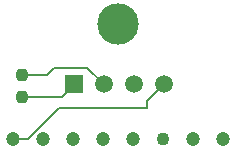
<source format=gbr>
%TF.GenerationSoftware,KiCad,Pcbnew,9.0.4*%
%TF.CreationDate,2025-09-09T11:26:36+01:00*%
%TF.ProjectId,dht11_m5stick,64687431-315f-46d3-9573-7469636b2e6b,rev?*%
%TF.SameCoordinates,Original*%
%TF.FileFunction,Copper,L1,Top*%
%TF.FilePolarity,Positive*%
%FSLAX46Y46*%
G04 Gerber Fmt 4.6, Leading zero omitted, Abs format (unit mm)*
G04 Created by KiCad (PCBNEW 9.0.4) date 2025-09-09 11:26:36*
%MOMM*%
%LPD*%
G01*
G04 APERTURE LIST*
G04 Aperture macros list*
%AMRoundRect*
0 Rectangle with rounded corners*
0 $1 Rounding radius*
0 $2 $3 $4 $5 $6 $7 $8 $9 X,Y pos of 4 corners*
0 Add a 4 corners polygon primitive as box body*
4,1,4,$2,$3,$4,$5,$6,$7,$8,$9,$2,$3,0*
0 Add four circle primitives for the rounded corners*
1,1,$1+$1,$2,$3*
1,1,$1+$1,$4,$5*
1,1,$1+$1,$6,$7*
1,1,$1+$1,$8,$9*
0 Add four rect primitives between the rounded corners*
20,1,$1+$1,$2,$3,$4,$5,0*
20,1,$1+$1,$4,$5,$6,$7,0*
20,1,$1+$1,$6,$7,$8,$9,0*
20,1,$1+$1,$8,$9,$2,$3,0*%
G04 Aperture macros list end*
%TA.AperFunction,SMDPad,CuDef*%
%ADD10RoundRect,0.237500X-0.237500X0.250000X-0.237500X-0.250000X0.237500X-0.250000X0.237500X0.250000X0*%
%TD*%
%TA.AperFunction,ComponentPad*%
%ADD11R,1.500000X1.500000*%
%TD*%
%TA.AperFunction,ComponentPad*%
%ADD12C,1.500000*%
%TD*%
%TA.AperFunction,ComponentPad*%
%ADD13C,3.500000*%
%TD*%
%TA.AperFunction,ComponentPad*%
%ADD14C,1.200000*%
%TD*%
%TA.AperFunction,ComponentPad*%
%ADD15C,1.100000*%
%TD*%
%TA.AperFunction,Conductor*%
%ADD16C,0.200000*%
%TD*%
G04 APERTURE END LIST*
D10*
%TO.P,R1 10k,1*%
%TO.N,Net-(U1-G26)*%
X125526800Y-58727300D03*
%TO.P,R1 10k,2*%
%TO.N,Net-(U1-3V3)*%
X125526800Y-60552300D03*
%TD*%
D11*
%TO.P,U2,1,VDD*%
%TO.N,Net-(U1-3V3)*%
X129916900Y-59512200D03*
D12*
%TO.P,U2,2,DATA*%
%TO.N,Net-(U1-G26)*%
X132456900Y-59512200D03*
%TO.P,U2,3,NC*%
%TO.N,unconnected-(U2-NC-Pad3)*%
X134996900Y-59512200D03*
%TO.P,U2,4,GND*%
%TO.N,Net-(U1-GND)*%
X137536900Y-59512200D03*
%TD*%
D13*
%TO.P,TP1,1,1*%
%TO.N,unconnected-(TP1-Pad1)*%
X133629400Y-54381400D03*
%TD*%
D14*
%TO.P,U1,1,GND*%
%TO.N,Net-(U1-GND)*%
X124739400Y-64160400D03*
%TO.P,U1,2,5V_OUT*%
%TO.N,unconnected-(U1-5V_OUT-Pad2)*%
X127279400Y-64160400D03*
%TO.P,U1,3,G26*%
%TO.N,Net-(U1-G26)*%
X129819400Y-64160400D03*
%TO.P,U1,4,G36/G25*%
%TO.N,unconnected-(U1-G36{slash}G25-Pad4)*%
X132359400Y-64160400D03*
%TO.P,U1,5,G0*%
%TO.N,unconnected-(U1-G0-Pad5)*%
X134899400Y-64160400D03*
D15*
%TO.P,U1,6,BAT*%
%TO.N,unconnected-(U1-BAT-Pad6)*%
X137439400Y-64160400D03*
D14*
%TO.P,U1,7,3V3*%
%TO.N,Net-(U1-3V3)*%
X139979400Y-64160400D03*
%TO.P,U1,8,5V_IN*%
%TO.N,unconnected-(U1-5V_IN-Pad8)*%
X142519400Y-64160400D03*
%TD*%
D16*
%TO.N,Net-(U1-3V3)*%
X125526800Y-60552300D02*
X128876800Y-60552300D01*
X128876800Y-60552300D02*
X129916900Y-59512200D01*
%TO.N,Net-(U1-G26)*%
X125526800Y-58727300D02*
X127607100Y-58727300D01*
X127607100Y-58727300D02*
X128244600Y-58089800D01*
X128244600Y-58089800D02*
X131034500Y-58089800D01*
X131034500Y-58089800D02*
X132456900Y-59512200D01*
%TO.N,Net-(U1-GND)*%
X136093200Y-61544200D02*
X136093200Y-60955900D01*
X124739400Y-64160400D02*
X126005193Y-64160400D01*
X126005193Y-64160400D02*
X128621393Y-61544200D01*
X128621393Y-61544200D02*
X136093200Y-61544200D01*
X136093200Y-60955900D02*
X137536900Y-59512200D01*
%TD*%
M02*

</source>
